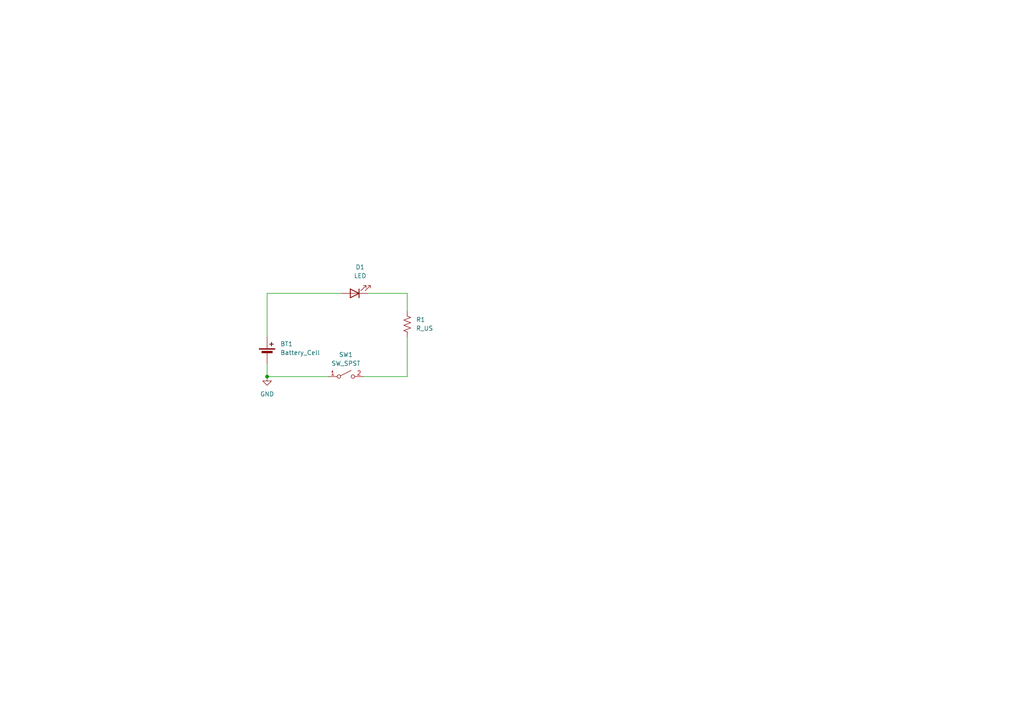
<source format=kicad_sch>
(kicad_sch (version 20231120) (generator "eeschema") (generator_version "8.0")
  (paper "A4")
  (lib_symbols
    (symbol "Device:Battery_Cell" (pin_numbers hide) (pin_names (offset 0) hide)
      (property "Reference" "BT" (at 2.54 2.54 0))
      (property "Value" "Battery_Cell" (at 2.54 0 0))
      (symbol "Battery_Cell_0_1"
        (rectangle (start -2.286 1.778) (end 2.286 1.524) (fill (type outline)))
        (rectangle (start -1.524 1.016) (end 1.524 0.508) (fill (type outline)))
        (polyline (pts (xy 0 0.762) (xy 0 0)))
        (polyline (pts (xy 0 1.778) (xy 0 2.54)))
        (polyline (pts (xy 0.762 3.048) (xy 1.778 3.048)) (stroke (width 0.254)))
        (polyline (pts (xy 1.27 3.556) (xy 1.27 2.54)) (stroke (width 0.254)))
      )
      (symbol "Battery_Cell_1_1"
        (pin passive line (at 0 5.08 270) (length 2.54) (name "+") (number "1"))
        (pin passive line (at 0 -2.54 90) (length 2.54) (name "-") (number "2"))
      )
    )
    (symbol "Device:LED" (pin_numbers hide) (pin_names (offset 1.016) hide)
      (property "Reference" "D" (at 0 2.54 0))
      (property "Value" "LED" (at 0 -2.54 0))
      (symbol "LED_0_1"
        (polyline (pts (xy -1.27 -1.27) (xy -1.27 1.27)) (stroke (width 0.254)))
        (polyline (pts (xy -1.27 0) (xy 1.27 0)))
        (polyline (pts (xy 1.27 -1.27) (xy 1.27 1.27) (xy -1.27 0) (xy 1.27 -1.27)) (stroke (width 0.254)))
        (polyline (pts (xy -3.048 -0.762) (xy -4.572 -2.286) (xy -3.81 -2.286) (xy -4.572 -2.286) (xy -4.572 -1.524)))
        (polyline (pts (xy -1.778 -0.762) (xy -3.302 -2.286) (xy -2.54 -2.286) (xy -3.302 -2.286) (xy -3.302 -1.524)))
      )
      (symbol "LED_1_1"
        (pin passive line (at -3.81 0 0) (length 2.54) (name "K") (number "1"))
        (pin passive line (at 3.81 0 180) (length 2.54) (name "A") (number "2"))
      )
    )
    (symbol "Device:R_US" (pin_numbers hide) (pin_names (offset 0))
      (property "Reference" "R" (at 2.54 0 90))
      (property "Value" "R_US" (at -2.54 0 90))
      (symbol "R_US_0_1"
        (polyline (pts (xy 0 -2.286) (xy 0 -2.54)))
        (polyline (pts (xy 0 2.286) (xy 0 2.54)))
        (polyline (pts (xy 0 -0.762) (xy 1.016 -1.143) (xy 0 -1.524) (xy -1.016 -1.905) (xy 0 -2.286)))
        (polyline (pts (xy 0 0.762) (xy 1.016 0.381) (xy 0 0) (xy -1.016 -0.381) (xy 0 -0.762)))
        (polyline (pts (xy 0 2.286) (xy 1.016 1.905) (xy 0 1.524) (xy -1.016 1.143) (xy 0 0.762)))
      )
      (symbol "R_US_1_1"
        (pin passive line (at 0 3.81 270) (length 1.27) (name "~") (number "1"))
        (pin passive line (at 0 -3.81 90) (length 1.27) (name "~") (number "2"))
      )
    )
    (symbol "Switch:SW_SPST" (pin_names (offset 0) hide)
      (property "Reference" "SW" (at 0 3.175 0))
      (property "Value" "SW_SPST" (at 0 -2.54 0))
      (symbol "SW_SPST_0_0"
        (circle (center -2.032 0) (radius 0.508))
        (polyline (pts (xy -1.524 0.254) (xy 1.524 1.778)))
        (circle (center 2.032 0) (radius 0.508))
      )
      (symbol "SW_SPST_1_1"
        (pin passive line (at -5.08 0 0) (length 2.54) (name "A") (number "1"))
        (pin passive line (at 5.08 0 180) (length 2.54) (name "B") (number "2"))
      )
    )
    (symbol "power:GND" (power) (pin_numbers hide) (pin_names (offset 0) hide)
      (property "Value" "GND" (at 0 -3.81 0))
      (symbol "GND_0_1"
        (polyline (pts (xy 0 0) (xy 0 -1.27) (xy 1.27 -1.27) (xy 0 -2.54) (xy -1.27 -1.27) (xy 0 -1.27)))
      )
      (symbol "GND_1_1"
        (pin power_in line (at 0 0 270) (length 0) (name "~") (number "1"))
      )
    )
  )
  (junction (at 77.47 109.22))
  (wire (pts (xy 77.47 109.22) (xy 95.25 109.22)))
  (wire (pts (xy 118.11 97.79) (xy 118.11 109.22)))
  (wire (pts (xy 77.47 85.09) (xy 99.06 85.09)))
  (wire (pts (xy 77.47 97.79) (xy 77.47 85.09)))
  (wire (pts (xy 77.47 105.41) (xy 77.47 109.22)))
  (wire (pts (xy 118.11 85.09) (xy 118.11 90.17)))
  (wire (pts (xy 106.68 85.09) (xy 118.11 85.09)))
  (wire (pts (xy 118.11 109.22) (xy 105.41 109.22)))
  (symbol (lib_id "Device:Battery_Cell") (at 77.47 102.87 0) (unit 1)
    (property "Reference" "BT1" (at 81.28 99.7584 0) (effects (justify left)))
    (property "Value" "Battery_Cell" (at 81.28 102.2984 0) (effects (justify left)))
    (property "Footprint" "Battery:BatteryHolder_Keystone_103_1x20mm" (effects (hide yes)))
    (property "Description" "Single-cell battery" (effects (hide yes)))
  )
  (symbol (lib_id "Device:R_US") (at 118.11 93.98 0) (unit 1)
    (property "Reference" "R1" (at 120.65 92.7099 0) (effects (justify left)))
    (property "Value" "R_US" (at 120.65 95.2499 0) (effects (justify left)))
    (property "Footprint" "Resistor_SMD:R_2512_6332Metric" (effects (hide yes)))
    (property "Description" "Resistor, US symbol" (effects (hide yes)))
  )
  (symbol (lib_id "Device:LED") (at 102.87 85.09 180) (unit 1)
    (property "Reference" "D1" (at 104.4575 77.47 0))
    (property "Value" "LED" (at 104.4575 80.01 0))
    (property "Footprint" "LED_SMD:LED_2512_6332Metric" (effects (hide yes)))
    (property "Description" "Light emitting diode" (effects (hide yes)))
  )
  (symbol (lib_id "power:GND") (at 77.47 109.22 0) (unit 1)
    (property "Reference" "#PWR01" (effects (hide yes)))
    (property "Value" "GND" (at 77.47 114.3 0))
    (property "Description" "Power symbol creates a global label with name \"GND\" , ground" (effects (hide yes)))
  )
  (symbol (lib_id "Switch:SW_SPST") (at 100.33 109.22 0) (unit 1)
    (property "Reference" "SW1" (at 100.33 102.87 0))
    (property "Value" "SW_SPST" (at 100.33 105.41 0))
    (property "Footprint" "Button_Switch_THT:SW_PUSH_6mm" (effects (hide yes)))
    (property "Description" "Single Pole Single Throw (SPST) switch" (effects (hide yes)))
  )
)
</source>
